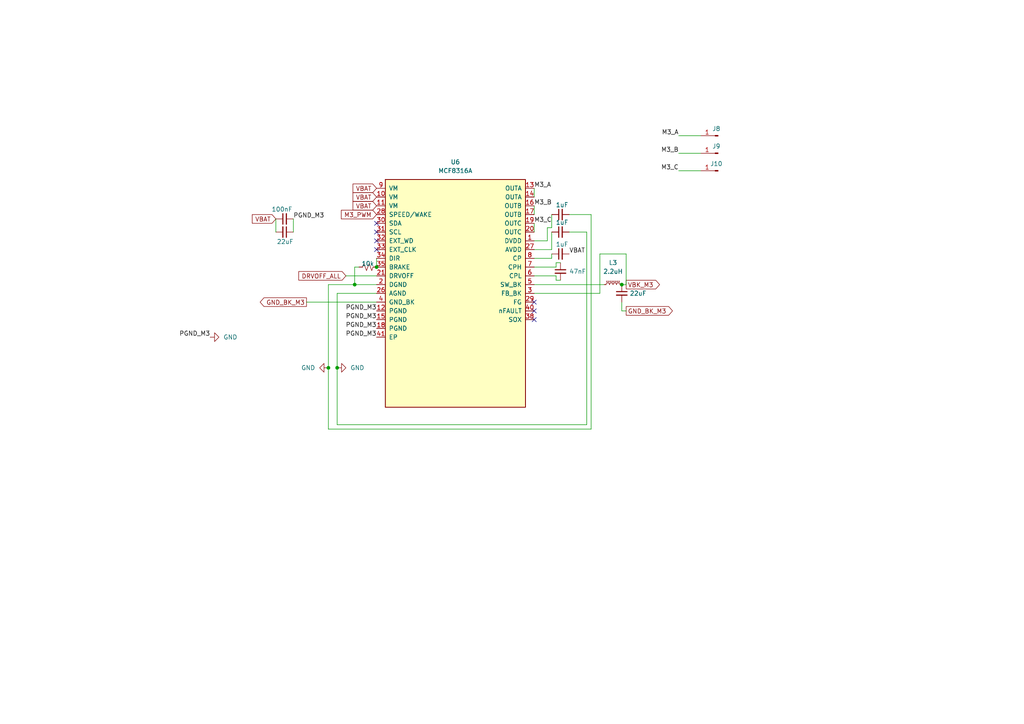
<source format=kicad_sch>
(kicad_sch (version 20250114) (generator "eeschema") (generator_version "9.0")
  (paper "A4")
  (title_block (date "2025-12-23") (rev "v1") (company "NeoDrone") (comment 1 "Made by Dulat Sarbassov") (comment 2 "dulatello08"))
  (lib_symbols
    (symbol "Connector:Conn_01x01_Pin" (pin_names (offset 1.016) (hide yes))
      (property "Reference" "J" (at 0 2.54 0))
      (property "Value" "Conn_01x01_Pin" (at 0 -2.54 0))
      (symbol "Conn_01x01_Pin_1_1"
        (rectangle (start 0.8636 0.127) (end 0 -0.127) (stroke (width 0.1524)) (fill (type outline)))
        (polyline (pts (xy 1.27 0) (xy 0.8636 0)) (stroke (width 0.1524)))
        (pin passive line (at 5.08 0 180) (length 3.81) (name "Pin_1") (number "1"))
      )
    )
    (symbol "Device:C_Small" (pin_numbers (hide yes)) (pin_names (offset 0.254) (hide yes))
      (property "Reference" "C" (at 0.254 1.778 0))
      (property "Value" "C_Small" (at 0.254 -2.032 0))
      (symbol "C_Small_0_1"
        (polyline (pts (xy -1.524 0.508) (xy 1.524 0.508)) (stroke (width 0.3048)))
        (polyline (pts (xy -1.524 -0.508) (xy 1.524 -0.508)) (stroke (width 0.3302)))
      )
      (symbol "C_Small_1_1"
        (pin passive line (at 0 2.54 270) (length 2.032) (name "~") (number "1"))
        (pin passive line (at 0 -2.54 90) (length 2.032) (name "~") (number "2"))
      )
    )
    (symbol "Device:L_Ferrite_Small" (pin_numbers (hide yes)) (pin_names (offset 0.254) (hide yes))
      (property "Reference" "L" (at 1.27 1.016 0))
      (property "Value" "L_Ferrite_Small" (at 1.27 -1.27 0))
      (symbol "L_Ferrite_Small_0_1"
        (arc (start 0 2.032) (mid 0.5058 1.524) (end 0 1.016))
        (arc (start 0 1.016) (mid 0.5058 0.508) (end 0 0))
        (arc (start 0 0) (mid 0.5058 -0.508) (end 0 -1.016))
        (arc (start 0 -1.016) (mid 0.5058 -1.524) (end 0 -2.032))
        (polyline (pts (xy 0.762 1.651) (xy 0.762 1.905)))
        (polyline (pts (xy 0.762 1.143) (xy 0.762 1.397)))
        (polyline (pts (xy 0.762 0.635) (xy 0.762 0.889)))
        (polyline (pts (xy 0.762 0.127) (xy 0.762 0.381)))
        (polyline (pts (xy 0.762 -0.381) (xy 0.762 -0.127)))
        (polyline (pts (xy 0.762 -0.889) (xy 0.762 -0.635)))
        (polyline (pts (xy 0.762 -1.397) (xy 0.762 -1.143)))
        (polyline (pts (xy 0.762 -1.905) (xy 0.762 -1.651)))
        (polyline (pts (xy 1.016 1.905) (xy 1.016 1.651)))
        (polyline (pts (xy 1.016 1.397) (xy 1.016 1.143)))
        (polyline (pts (xy 1.016 0.889) (xy 1.016 0.635)))
        (polyline (pts (xy 1.016 0.381) (xy 1.016 0.127)))
        (polyline (pts (xy 1.016 -0.127) (xy 1.016 -0.381)))
        (polyline (pts (xy 1.016 -0.635) (xy 1.016 -0.889)))
        (polyline (pts (xy 1.016 -1.143) (xy 1.016 -1.397)))
        (polyline (pts (xy 1.016 -1.651) (xy 1.016 -1.905)))
      )
      (symbol "L_Ferrite_Small_1_1"
        (pin passive line (at 0 2.54 270) (length 0.508) (name "~") (number "1"))
        (pin passive line (at 0 -2.54 90) (length 0.508) (name "~") (number "2"))
      )
    )
    (symbol "Device:R_Small_US" (pin_numbers (hide yes)) (pin_names (offset 0.254) (hide yes))
      (property "Reference" "R" (at 0.762 0.508 0))
      (property "Value" "R_Small_US" (at 0.762 -1.016 0))
      (symbol "R_Small_US_1_1"
        (polyline (pts (xy 0 1.524) (xy 1.016 1.143) (xy 0 0.762) (xy -1.016 0.381) (xy 0 0)))
        (polyline (pts (xy 0 0) (xy 1.016 -0.381) (xy 0 -0.762) (xy -1.016 -1.143) (xy 0 -1.524)))
        (pin passive line (at 0 2.54 270) (length 1.016) (name "~") (number "1"))
        (pin passive line (at 0 -2.54 90) (length 1.016) (name "~") (number "2"))
      )
    )
    (symbol "MCF8316A:MCF8316A" (pin_names (offset 1.016))
      (property "Reference" "U" (at 0 38.1 0))
      (property "Value" "MCF8316A" (at 0 -38.1 0))
      (symbol "MCF8316A_1_1"
        (rectangle (start -20.32 33.02) (end 20.32 -33.02) (stroke (width 0.254)) (fill (type background)))
        (pin power_in line (at -22.86 30.48 0) (length 2.54) (name "VM") (number "9"))
        (pin power_in line (at -22.86 27.94 0) (length 2.54) (name "VM") (number "10"))
        (pin power_in line (at -22.86 25.4 0) (length 2.54) (name "VM") (number "11"))
        (pin input line (at -22.86 22.86 0) (length 2.54) (name "SPEED/WAKE") (number "28"))
        (pin bidirectional line (at -22.86 20.32 0) (length 2.54) (name "SDA") (number "30"))
        (pin input line (at -22.86 17.78 0) (length 2.54) (name "SCL") (number "31"))
        (pin input line (at -22.86 15.24 0) (length 2.54) (name "EXT_WD") (number "32"))
        (pin input line (at -22.86 12.7 0) (length 2.54) (name "EXT_CLK") (number "33"))
        (pin input line (at -22.86 10.16 0) (length 2.54) (name "DIR") (number "34"))
        (pin input line (at -22.86 7.62 0) (length 2.54) (name "BRAKE") (number "35"))
        (pin input line (at -22.86 5.08 0) (length 2.54) (name "DRVOFF") (number "21"))
        (pin power_in line (at -22.86 2.54 0) (length 2.54) (name "DGND") (number "2"))
        (pin power_in line (at -22.86 0 0) (length 2.54) (name "AGND") (number "26"))
        (pin power_in line (at -22.86 -2.54 0) (length 2.54) (name "GND_BK") (number "4"))
        (pin power_in line (at -22.86 -5.08 0) (length 2.54) (name "PGND") (number "12"))
        (pin power_in line (at -22.86 -7.62 0) (length 2.54) (name "PGND") (number "15"))
        (pin power_in line (at -22.86 -10.16 0) (length 2.54) (name "PGND") (number "18"))
        (pin power_in line (at -22.86 -12.7 0) (length 2.54) (name "EP") (number "41"))
        (pin power_out line (at 22.86 30.48 180) (length 2.54) (name "OUTA") (number "13"))
        (pin power_out line (at 22.86 27.94 180) (length 2.54) (name "OUTA") (number "14"))
        (pin power_out line (at 22.86 25.4 180) (length 2.54) (name "OUTB") (number "16"))
        (pin power_out line (at 22.86 22.86 180) (length 2.54) (name "OUTB") (number "17"))
        (pin power_out line (at 22.86 20.32 180) (length 2.54) (name "OUTC") (number "19"))
        (pin power_out line (at 22.86 17.78 180) (length 2.54) (name "OUTC") (number "20"))
        (pin power_out line (at 22.86 15.24 180) (length 2.54) (name "DVDD") (number "1"))
        (pin power_out line (at 22.86 12.7 180) (length 2.54) (name "AVDD") (number "27"))
        (pin power_out line (at 22.86 10.16 180) (length 2.54) (name "CP") (number "8"))
        (pin passive line (at 22.86 7.62 180) (length 2.54) (name "CPH") (number "7"))
        (pin passive line (at 22.86 5.08 180) (length 2.54) (name "CPL") (number "6"))
        (pin passive line (at 22.86 2.54 180) (length 2.54) (name "SW_BK") (number "5"))
        (pin passive line (at 22.86 0 180) (length 2.54) (name "FB_BK") (number "3"))
        (pin open_collector line (at 22.86 -2.54 180) (length 2.54) (name "FG") (number "29"))
        (pin open_collector line (at 22.86 -5.08 180) (length 2.54) (name "nFAULT") (number "40"))
        (pin output line (at 22.86 -7.62 180) (length 2.54) (name "SOX") (number "38"))
      )
    )
    (symbol "power:GND" (power) (pin_numbers (hide yes)) (pin_names (offset 0) (hide yes))
      (property "Value" "GND" (at 0 -3.81 0))
      (symbol "GND_0_1"
        (polyline (pts (xy 0 0) (xy 0 -1.27) (xy 1.27 -1.27) (xy 0 -2.54) (xy -1.27 -1.27) (xy 0 -1.27)))
      )
      (symbol "GND_1_1"
        (pin power_in line (at 0 0 270) (length 0) (name "~") (number "1"))
      )
    )
  )
  (junction (at 95.25 106.68))
  (junction (at 109.22 77.47))
  (junction (at 102.87 82.55))
  (junction (at 97.79 106.68))
  (junction (at 180.34 82.55))
  (no_connect (at 109.22 69.85))
  (no_connect (at 154.94 87.63))
  (no_connect (at 109.22 67.31))
  (no_connect (at 109.22 72.39))
  (no_connect (at 154.94 90.17))
  (no_connect (at 154.94 92.71))
  (no_connect (at 109.22 64.77))
  (wire (pts (xy 97.79 106.68) (xy 97.79 85.09)))
  (wire (pts (xy 154.94 77.47) (xy 161.29 77.47)))
  (wire (pts (xy 180.34 90.17) (xy 180.34 87.63)))
  (wire (pts (xy 102.87 82.55) (xy 109.22 82.55)))
  (wire (pts (xy 203.2 49.53) (xy 196.85 49.53)))
  (wire (pts (xy 158.75 69.85) (xy 158.75 66.04)))
  (wire (pts (xy 80.01 63.5) (xy 80.01 67.31)))
  (wire (pts (xy 165.1 67.31) (xy 170.18 67.31)))
  (wire (pts (xy 162.56 81.28) (xy 161.29 81.28)))
  (wire (pts (xy 95.25 82.55) (xy 102.87 82.55)))
  (wire (pts (xy 97.79 123.19) (xy 97.79 106.68)))
  (wire (pts (xy 203.2 39.37) (xy 196.85 39.37)))
  (wire (pts (xy 173.99 73.66) (xy 181.61 73.66)))
  (wire (pts (xy 181.61 90.17) (xy 180.34 90.17)))
  (wire (pts (xy 173.99 85.09) (xy 173.99 73.66)))
  (wire (pts (xy 171.45 62.23) (xy 171.45 124.46)))
  (wire (pts (xy 85.09 63.5) (xy 85.09 67.31)))
  (wire (pts (xy 161.29 76.2) (xy 162.56 76.2)))
  (wire (pts (xy 171.45 124.46) (xy 95.25 124.46)))
  (wire (pts (xy 161.29 80.01) (xy 154.94 80.01)))
  (wire (pts (xy 160.02 66.04) (xy 160.02 62.23)))
  (wire (pts (xy 170.18 67.31) (xy 170.18 123.19)))
  (wire (pts (xy 181.61 82.55) (xy 180.34 82.55)))
  (wire (pts (xy 170.18 123.19) (xy 97.79 123.19)))
  (wire (pts (xy 203.2 44.45) (xy 196.85 44.45)))
  (wire (pts (xy 154.94 64.77) (xy 154.94 67.31)))
  (wire (pts (xy 102.87 77.47) (xy 102.87 82.55)))
  (wire (pts (xy 100.33 80.01) (xy 109.22 80.01)))
  (wire (pts (xy 97.79 85.09) (xy 109.22 85.09)))
  (wire (pts (xy 154.94 74.93) (xy 160.02 74.93)))
  (wire (pts (xy 181.61 73.66) (xy 181.61 82.55)))
  (wire (pts (xy 102.87 77.47) (xy 104.14 77.47)))
  (wire (pts (xy 160.02 67.31) (xy 160.02 72.39)))
  (wire (pts (xy 154.94 72.39) (xy 160.02 72.39)))
  (wire (pts (xy 95.25 124.46) (xy 95.25 106.68)))
  (wire (pts (xy 154.94 85.09) (xy 173.99 85.09)))
  (wire (pts (xy 154.94 59.69) (xy 154.94 62.23)))
  (wire (pts (xy 95.25 106.68) (xy 95.25 82.55)))
  (wire (pts (xy 109.22 74.93) (xy 109.22 77.47)))
  (wire (pts (xy 161.29 77.47) (xy 161.29 76.2)))
  (wire (pts (xy 154.94 54.61) (xy 154.94 57.15)))
  (wire (pts (xy 165.1 62.23) (xy 171.45 62.23)))
  (wire (pts (xy 154.94 82.55) (xy 175.26 82.55)))
  (wire (pts (xy 88.9 87.63) (xy 109.22 87.63)))
  (wire (pts (xy 158.75 66.04) (xy 160.02 66.04)))
  (wire (pts (xy 161.29 81.28) (xy 161.29 80.01)))
  (wire (pts (xy 154.94 69.85) (xy 158.75 69.85)))
  (wire (pts (xy 160.02 74.93) (xy 160.02 73.66)))
  (label "M3_C" (at 154.94 64.77 0))
  (label "PGND_M3" (at 109.22 90.17 180))
  (label "M3_B" (at 154.94 59.69 0))
  (label "M3_A" (at 154.94 54.61 0))
  (label "PGND_M3" (at 109.22 92.71 180))
  (label "VBAT" (at 165.1 73.66 0))
  (label "PGND_M3" (at 109.22 95.25 180))
  (label "M3_B" (at 196.85 44.45 180))
  (label "M3_A" (at 196.85 39.37 180))
  (label "PGND_M3" (at 60.96 97.79 180))
  (label "M3_C" (at 196.85 49.53 180))
  (label "PGND_M3" (at 109.22 97.79 180))
  (label "PGND_M3" (at 85.09 63.5 0))
  (global_label "M3_PWM" (shape input) (at 109.22 62.23 180) (property "Intersheetrefs" "${INTERSHEET_REFS}" (effects (hide yes))))
  (global_label "VBAT" (shape input) (at 109.22 59.69 180) (property "Intersheetrefs" "${INTERSHEET_REFS}" (effects (hide yes))))
  (global_label "VBAT" (shape input) (at 109.22 54.61 180) (property "Intersheetrefs" "${INTERSHEET_REFS}" (effects (hide yes))))
  (global_label "GND_BK_M3" (shape output) (at 88.9 87.63 180) (property "Intersheetrefs" "${INTERSHEET_REFS}" (effects (hide yes))))
  (global_label "DRVOFF_ALL" (shape input) (at 100.33 80.01 180) (property "Intersheetrefs" "${INTERSHEET_REFS}" (effects (hide yes))))
  (global_label "GND_BK_M3" (shape output) (at 181.61 90.17 0) (property "Intersheetrefs" "${INTERSHEET_REFS}" (effects (hide yes))))
  (global_label "VBK_M3" (shape output) (at 181.61 82.55 0) (property "Intersheetrefs" "${INTERSHEET_REFS}" (effects (hide yes))))
  (global_label "VBAT" (shape input) (at 109.22 57.15 180) (property "Intersheetrefs" "${INTERSHEET_REFS}" (effects (hide yes))))
  (global_label "VBAT" (shape input) (at 80.01 63.5 180) (property "Intersheetrefs" "${INTERSHEET_REFS}" (effects (hide yes))))
  (symbol (lib_id "Device:C_Small") (at 82.55 67.31 270) (unit 1)
    (property "Reference" "C29" (effects (hide yes)))
    (property "Value" "22uF" (at 80.264 70.104 90) (effects (justify left)))
    (property "Footprint" "Capacitor_SMD:C_1206_3216Metric_Pad1.33x1.80mm_HandSolder" (effects (hide yes)))
    (property "Description" "Unpolarized capacitor, small symbol" (effects (hide yes)))
  )
  (symbol (lib_id "Device:C_Small") (at 82.55 63.5 90) (unit 1)
    (property "Reference" "C28" (effects (hide yes)))
    (property "Value" "100nF" (at 84.836 60.706 90) (effects (justify left)))
    (property "Footprint" "Capacitor_SMD:C_0603_1608Metric_Pad1.08x0.95mm_HandSolder" (effects (hide yes)))
    (property "Description" "Unpolarized capacitor, small symbol" (effects (hide yes)))
  )
  (symbol (lib_id "Device:C_Small") (at 162.56 78.74 0) (unit 1)
    (property "Reference" "C33" (effects (hide yes)))
    (property "Value" "47nF" (at 165.1 78.74 0) (effects (justify left)))
    (property "Footprint" "Capacitor_SMD:C_0603_1608Metric_Pad1.08x0.95mm_HandSolder" (effects (hide yes)))
    (property "Description" "Unpolarized capacitor, small symbol" (effects (hide yes)))
  )
  (symbol (lib_id "Device:C_Small") (at 162.56 62.23 90) (unit 1)
    (property "Reference" "C30" (effects (hide yes)))
    (property "Value" "1uF" (at 164.846 59.436 90) (effects (justify left)))
    (property "Footprint" "Capacitor_SMD:C_0603_1608Metric_Pad1.08x0.95mm_HandSolder" (effects (hide yes)))
    (property "Description" "Unpolarized capacitor, small symbol" (effects (hide yes)))
  )
  (symbol (lib_id "MCF8316A:MCF8316A") (at 132.08 85.09 0) (unit 1)
    (property "Reference" "U6" (at 132.08 46.99 0))
    (property "Value" "MCF8316A" (at 132.08 49.53 0))
    (property "Footprint" "MCF8316:MCF8316A_RGF0040E_VQFN-40-1EP_7x5mm_P0.5mm_EP5.5x3.5mm" (effects (hide yes)))
  )
  (symbol (lib_id "Device:L_Ferrite_Small") (at 177.8 82.55 90) (unit 1)
    (property "Reference" "L3" (at 177.8 76.2 90))
    (property "Value" "2.2uH" (at 177.8 78.74 90))
    (property "Footprint" "Inductor_SMD:L_1008_2520Metric_Pad1.43x2.20mm_HandSolder" (effects (hide yes)))
    (property "Description" "Inductor with ferrite core, small symbol" (effects (hide yes)))
  )
  (symbol (lib_id "Connector:Conn_01x01_Pin") (at 208.28 44.45 180) (unit 1) (in_bom no)
    (property "Reference" "J9" (at 207.772 42.418 0))
    (property "Value" "SolderWirePad_1x01_SMD_2x4mm" (effects (hide yes)))
    (property "Footprint" "Connector_Wire:SolderWirePad_1x01_SMD_2x4mm" (effects (hide yes)))
  )
  (symbol (lib_id "Device:C_Small") (at 162.56 73.66 90) (unit 1)
    (property "Reference" "C32" (effects (hide yes)))
    (property "Value" "1uF" (at 164.846 70.866 90) (effects (justify left)))
    (property "Footprint" "Capacitor_SMD:C_0603_1608Metric_Pad1.08x0.95mm_HandSolder" (effects (hide yes)))
    (property "Description" "Unpolarized capacitor, small symbol" (effects (hide yes)))
  )
  (symbol (lib_id "Device:R_Small_US") (at 106.68 77.47 90) (unit 1)
    (property "Reference" "R12" (effects (hide yes)))
    (property "Value" "10k" (at 106.68 76.454 90))
    (property "Footprint" "Resistor_SMD:R_0402_1005Metric_Pad0.72x0.64mm_HandSolder" (effects (hide yes)))
  )
  (symbol (lib_id "power:GND") (at 97.79 106.68 90) (unit 1)
    (property "Reference" "#PWR033" (effects (hide yes)))
    (property "Value" "GND" (at 101.6 106.6799 90) (effects (justify right)))
    (property "Description" "Power symbol creates a global label with name \"GND\" , ground" (effects (hide yes)))
  )
  (symbol (lib_id "power:GND") (at 60.96 97.79 90) (unit 1)
    (property "Reference" "#PWR026" (effects (hide yes)))
    (property "Value" "GND" (at 64.77 97.7899 90) (effects (justify right)))
    (property "Description" "Power symbol creates a global label with name \"GND\" , ground" (effects (hide yes)))
  )
  (symbol (lib_id "Connector:Conn_01x01_Pin") (at 208.28 39.37 180) (unit 1) (in_bom no)
    (property "Reference" "J8" (at 207.772 37.338 0))
    (property "Value" "SolderWirePad_1x01_SMD_2x4mm" (effects (hide yes)))
    (property "Footprint" "Connector_Wire:SolderWirePad_1x01_SMD_2x4mm" (effects (hide yes)))
  )
  (symbol (lib_id "Device:C_Small") (at 180.34 85.09 0) (unit 1)
    (property "Reference" "C34" (effects (hide yes)))
    (property "Value" "22uF" (at 182.626 85.09 0) (effects (justify left)))
    (property "Footprint" "Capacitor_SMD:C_1206_3216Metric_Pad1.33x1.80mm_HandSolder" (effects (hide yes)))
    (property "Description" "Unpolarized capacitor, small symbol" (effects (hide yes)))
  )
  (symbol (lib_id "Device:C_Small") (at 162.56 67.31 90) (unit 1)
    (property "Reference" "C31" (effects (hide yes)))
    (property "Value" "1uF" (at 164.846 64.516 90) (effects (justify left)))
    (property "Footprint" "Capacitor_SMD:C_0603_1608Metric_Pad1.08x0.95mm_HandSolder" (effects (hide yes)))
    (property "Description" "Unpolarized capacitor, small symbol" (effects (hide yes)))
  )
  (symbol (lib_id "power:GND") (at 95.25 106.68 270) (unit 1)
    (property "Reference" "#PWR032" (effects (hide yes)))
    (property "Value" "GND" (at 91.44 106.6799 90) (effects (justify right)))
    (property "Description" "Power symbol creates a global label with name \"GND\" , ground" (effects (hide yes)))
  )
  (symbol (lib_id "Connector:Conn_01x01_Pin") (at 208.28 49.53 180) (unit 1) (in_bom no)
    (property "Reference" "J10" (at 207.772 47.498 0))
    (property "Value" "SolderWirePad_1x01_SMD_2x4mm" (effects (hide yes)))
    (property "Footprint" "Connector_Wire:SolderWirePad_1x01_SMD_2x4mm" (effects (hide yes)))
  )
)
</source>
